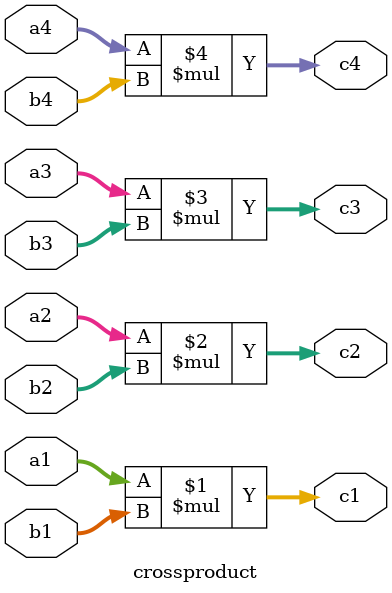
<source format=v>
module crossproduct (
    //Defines input values to be elements in a vector.
    //The values are an array of bits ranging from 0 to 8 bits.
    //This means that each element can contain 256 different numbers.
    input [7:0] a1, a2, a3, a4,
    input [7:0] b1, b2, b3, b4,

    //Defines an output that will be elements in the resulting vector.
    //The values are an array of bits ranging from 0 to 8 bits.
    output [7:0] c1, c2, c3, c4
);

    //We assign each element in the resulting vector the product of input vector 1 and input vector 2.
    assign c1 = a1 * b1; 
    assign c2 = a2 * b2; 
    assign c3 = a3 * b3;
    assign c4 = a4 * b4;
    
endmodule
</source>
